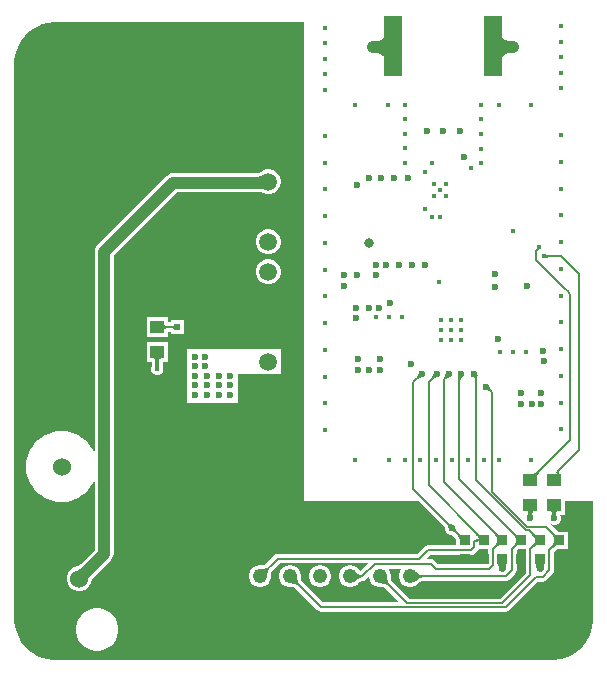
<source format=gbl>
G04*
G04 #@! TF.GenerationSoftware,Altium Limited,Altium Designer,22.1.2 (22)*
G04*
G04 Layer_Physical_Order=4*
G04 Layer_Color=16711680*
%FSLAX25Y25*%
%MOIN*%
G70*
G04*
G04 #@! TF.SameCoordinates,36DEEAF7-B38F-4887-853D-DC1A27ABF5B6*
G04*
G04*
G04 #@! TF.FilePolarity,Positive*
G04*
G01*
G75*
%ADD10C,0.00787*%
%ADD49R,0.05984X0.20000*%
%ADD64R,0.02165X0.02165*%
%ADD77C,0.00394*%
%ADD78C,0.02362*%
%ADD80C,0.01181*%
%ADD81C,0.06000*%
%ADD82C,0.05984*%
%ADD83C,0.04882*%
%ADD84R,0.04882X0.04882*%
%ADD85C,0.23622*%
%ADD86C,0.06024*%
%ADD87R,0.06024X0.06024*%
%ADD88C,0.02362*%
%ADD89C,0.03150*%
%ADD90C,0.01772*%
%ADD99R,0.03819X0.03425*%
%ADD100R,0.04724X0.04331*%
%ADD101C,0.03937*%
G36*
X125221Y202547D02*
X125221Y202547D01*
Y202547D01*
X125183Y202886D01*
X125070Y203189D01*
X124882Y203457D01*
X124619Y203689D01*
X124280Y203885D01*
X123866Y204045D01*
X123376Y204170D01*
X122812Y204259D01*
X122172Y204313D01*
X121457Y204331D01*
Y208268D01*
X122172Y208286D01*
X122812Y208339D01*
X123376Y208428D01*
X123866Y208553D01*
X124280Y208714D01*
X124619Y208910D01*
X124882Y209142D01*
X125070Y209409D01*
X125183Y209713D01*
X125221Y210051D01*
Y210051D01*
X125221Y210051D01*
Y202547D01*
D02*
G37*
G36*
X164543Y210051D02*
Y210051D01*
X164581Y209713D01*
X164693Y209409D01*
X164882Y209142D01*
X165145Y208910D01*
X165484Y208714D01*
X165898Y208553D01*
X165998Y208528D01*
X166387Y208428D01*
X166952Y208339D01*
X167592Y208286D01*
X168307Y208268D01*
Y204331D01*
X167592Y204313D01*
X166952Y204259D01*
X166387Y204170D01*
X165998Y204071D01*
X165898Y204045D01*
X165484Y203885D01*
X165145Y203689D01*
X164882Y203457D01*
X164693Y203189D01*
X164581Y202886D01*
X164543Y202547D01*
Y202547D01*
X164543Y202547D01*
Y210051D01*
X164543Y210051D01*
D02*
G37*
G36*
X177110Y138791D02*
X177051Y138779D01*
X176991Y138760D01*
X176930Y138737D01*
X176869Y138707D01*
X176807Y138672D01*
X176743Y138631D01*
X176680Y138584D01*
X176550Y138474D01*
X176484Y138410D01*
X175819Y138859D01*
X175882Y138926D01*
X175937Y138992D01*
X175985Y139058D01*
X176024Y139124D01*
X176056Y139189D01*
X176080Y139253D01*
X176096Y139317D01*
X176104Y139381D01*
X176105Y139444D01*
X176097Y139506D01*
X177110Y138791D01*
D02*
G37*
G36*
X179283Y137112D02*
X179330Y137070D01*
X179384Y137032D01*
X179442Y137000D01*
X179506Y136972D01*
X179576Y136950D01*
X179651Y136932D01*
X179732Y136919D01*
X179818Y136912D01*
X179910Y136909D01*
X179811Y136122D01*
X179720Y136120D01*
X179550Y136105D01*
X179472Y136091D01*
X179399Y136074D01*
X179331Y136052D01*
X179267Y136027D01*
X179208Y135998D01*
X179153Y135965D01*
X179103Y135928D01*
X179241Y137160D01*
X179283Y137112D01*
D02*
G37*
G36*
X142705Y96162D02*
X142586Y96159D01*
X142471Y96148D01*
X142360Y96129D01*
X142254Y96103D01*
X142152Y96068D01*
X142054Y96026D01*
X141961Y95975D01*
X141872Y95916D01*
X141787Y95850D01*
X141706Y95776D01*
X141150Y96332D01*
X141224Y96413D01*
X141290Y96498D01*
X141349Y96587D01*
X141400Y96680D01*
X141442Y96778D01*
X141477Y96880D01*
X141503Y96986D01*
X141522Y97097D01*
X141533Y97212D01*
X141535Y97331D01*
X142705Y96162D01*
D02*
G37*
G36*
X137685D02*
X137566Y96159D01*
X137451Y96148D01*
X137340Y96129D01*
X137234Y96103D01*
X137132Y96068D01*
X137035Y96026D01*
X136941Y95975D01*
X136852Y95916D01*
X136767Y95850D01*
X136687Y95776D01*
X136130Y96332D01*
X136204Y96413D01*
X136271Y96498D01*
X136329Y96587D01*
X136380Y96680D01*
X136422Y96778D01*
X136457Y96880D01*
X136484Y96986D01*
X136502Y97097D01*
X136513Y97212D01*
X136516Y97331D01*
X137685Y96162D01*
D02*
G37*
G36*
X146927Y96175D02*
X146807Y96153D01*
X146691Y96126D01*
X146580Y96093D01*
X146474Y96055D01*
X146372Y96011D01*
X146275Y95961D01*
X146183Y95905D01*
X146095Y95844D01*
X146012Y95776D01*
X145934Y95704D01*
X145282Y96165D01*
X145358Y96248D01*
X145424Y96334D01*
X145479Y96423D01*
X145525Y96516D01*
X145560Y96612D01*
X145586Y96711D01*
X145601Y96814D01*
X145607Y96921D01*
X145602Y97031D01*
X145588Y97144D01*
X146927Y96175D01*
D02*
G37*
G36*
X156411Y96885D02*
X156388Y96785D01*
X156349Y96554D01*
X156321Y96281D01*
X156301Y95794D01*
X156299Y95611D01*
X155512Y95469D01*
X155507Y95585D01*
X155492Y95691D01*
X155468Y95788D01*
X155433Y95875D01*
X155389Y95953D01*
X155335Y96021D01*
X155271Y96080D01*
X155198Y96129D01*
X155114Y96169D01*
X155021Y96199D01*
X156437Y96974D01*
X156411Y96885D01*
D02*
G37*
G36*
X151211Y96207D02*
X151117Y96174D01*
X151033Y96132D01*
X150959Y96081D01*
X150895Y96020D01*
X150841Y95951D01*
X150796Y95872D01*
X150761Y95784D01*
X150737Y95687D01*
X150722Y95580D01*
X150717Y95465D01*
X149930Y95595D01*
X149928Y95771D01*
X149890Y96385D01*
X149872Y96517D01*
X149827Y96754D01*
X149800Y96859D01*
X149770Y96955D01*
X151211Y96207D01*
D02*
G37*
G36*
X160436Y92979D02*
X160447Y92864D01*
X160465Y92754D01*
X160492Y92648D01*
X160526Y92546D01*
X160569Y92448D01*
X160619Y92355D01*
X160678Y92265D01*
X160745Y92181D01*
X160819Y92100D01*
X160262Y91543D01*
X160181Y91618D01*
X160097Y91684D01*
X160008Y91743D01*
X159914Y91793D01*
X159817Y91836D01*
X159715Y91870D01*
X159608Y91897D01*
X159498Y91916D01*
X159383Y91926D01*
X159264Y91929D01*
X160433Y93098D01*
X160436Y92979D01*
D02*
G37*
G36*
X183499Y64754D02*
X183509Y64630D01*
X183526Y64520D01*
X183550Y64425D01*
X183580Y64344D01*
X183617Y64278D01*
X183661Y64227D01*
X183712Y64191D01*
X183769Y64169D01*
X183834Y64161D01*
X182370D01*
X182434Y64169D01*
X182492Y64191D01*
X182542Y64227D01*
X182586Y64278D01*
X182624Y64344D01*
X182654Y64425D01*
X182678Y64520D01*
X182694Y64630D01*
X182705Y64754D01*
X182708Y64893D01*
X183495D01*
X183499Y64754D01*
D02*
G37*
G36*
X176923Y64358D02*
X176758Y64188D01*
X176501Y63886D01*
X176409Y63755D01*
X176341Y63638D01*
X176298Y63533D01*
X176278Y63441D01*
X176283Y63362D01*
X176312Y63297D01*
X176366Y63244D01*
X175056Y64161D01*
X175128Y64128D01*
X175216Y64121D01*
X175318Y64140D01*
X175435Y64185D01*
X175567Y64255D01*
X175714Y64352D01*
X175875Y64474D01*
X176242Y64797D01*
X176447Y64996D01*
X176923Y64358D01*
D02*
G37*
G36*
X182959Y51587D02*
X182858Y51551D01*
X182770Y51491D01*
X182693Y51408D01*
X182628Y51301D01*
X182575Y51169D01*
X182534Y51014D01*
X182504Y50835D01*
X182492Y50701D01*
X182502Y50589D01*
X182518Y50487D01*
X182539Y50394D01*
X182565Y50309D01*
X182596Y50233D01*
X182632Y50166D01*
X182672Y50107D01*
X182717Y50056D01*
X181063D01*
X181108Y50107D01*
X181148Y50166D01*
X181184Y50233D01*
X181214Y50309D01*
X181240Y50394D01*
X181261Y50487D01*
X181278Y50589D01*
X181289Y50687D01*
X181276Y50835D01*
X181246Y51014D01*
X181205Y51169D01*
X181152Y51301D01*
X181087Y51408D01*
X181010Y51491D01*
X180921Y51551D01*
X180821Y51587D01*
X180709Y51599D01*
X183071D01*
X182959Y51587D01*
D02*
G37*
G36*
X175085D02*
X174984Y51551D01*
X174896Y51491D01*
X174819Y51408D01*
X174754Y51301D01*
X174701Y51169D01*
X174659Y51014D01*
X174630Y50835D01*
X174618Y50701D01*
X174628Y50589D01*
X174644Y50487D01*
X174665Y50394D01*
X174691Y50309D01*
X174722Y50233D01*
X174758Y50166D01*
X174798Y50107D01*
X174843Y50056D01*
X173189D01*
X173234Y50107D01*
X173274Y50166D01*
X173309Y50233D01*
X173340Y50309D01*
X173366Y50394D01*
X173387Y50487D01*
X173404Y50589D01*
X173415Y50687D01*
X173402Y50835D01*
X173372Y51014D01*
X173331Y51169D01*
X173278Y51301D01*
X173213Y51408D01*
X173136Y51491D01*
X173047Y51551D01*
X172947Y51587D01*
X172835Y51599D01*
X175197D01*
X175085Y51587D01*
D02*
G37*
G36*
X146905Y47556D02*
X146990Y47489D01*
X147079Y47431D01*
X147172Y47380D01*
X147270Y47337D01*
X147372Y47303D01*
X147478Y47276D01*
X147589Y47258D01*
X147704Y47247D01*
X147823Y47244D01*
X146654Y46075D01*
X146651Y46194D01*
X146640Y46309D01*
X146621Y46419D01*
X146595Y46526D01*
X146560Y46628D01*
X146518Y46725D01*
X146467Y46819D01*
X146409Y46908D01*
X146342Y46993D01*
X146268Y47073D01*
X146825Y47630D01*
X146905Y47556D01*
D02*
G37*
G36*
X149011Y45878D02*
X149017Y45764D01*
X149032Y45654D01*
X149055Y45549D01*
X149087Y45447D01*
X149127Y45350D01*
X149176Y45256D01*
X149234Y45167D01*
X149300Y45082D01*
X149375Y45001D01*
X148790Y44472D01*
X148711Y44546D01*
X148626Y44612D01*
X148537Y44672D01*
X148444Y44724D01*
X148346Y44769D01*
X148244Y44806D01*
X148137Y44836D01*
X148026Y44859D01*
X147911Y44875D01*
X147791Y44883D01*
X149014Y45996D01*
X149011Y45878D01*
D02*
G37*
G36*
X162795Y44185D02*
X163325Y43737D01*
X163471Y43639D01*
X163603Y43567D01*
X163720Y43521D01*
X163821Y43501D01*
X163908Y43507D01*
X163980Y43539D01*
X162681Y42634D01*
X162734Y42686D01*
X162761Y42750D01*
X162765Y42829D01*
X162745Y42920D01*
X162700Y43025D01*
X162631Y43143D01*
X162538Y43274D01*
X162420Y43419D01*
X162113Y43748D01*
X162588Y44386D01*
X162795Y44185D01*
D02*
G37*
G36*
X156594D02*
X157124Y43737D01*
X157271Y43639D01*
X157402Y43567D01*
X157519Y43521D01*
X157621Y43501D01*
X157707Y43507D01*
X157779Y43539D01*
X156481Y42634D01*
X156533Y42686D01*
X156561Y42750D01*
X156564Y42829D01*
X156544Y42920D01*
X156499Y43025D01*
X156430Y43143D01*
X156337Y43274D01*
X156219Y43419D01*
X155912Y43748D01*
X156387Y44386D01*
X156594Y44185D01*
D02*
G37*
G36*
X175391Y43951D02*
X175682Y43703D01*
X175811Y43613D01*
X175927Y43545D01*
X176033Y43499D01*
X176128Y43476D01*
X176210Y43475D01*
X176282Y43496D01*
X176342Y43539D01*
X175241Y42437D01*
X175284Y42498D01*
X175305Y42569D01*
X175304Y42652D01*
X175280Y42746D01*
X175234Y42852D01*
X175166Y42969D01*
X175076Y43097D01*
X174964Y43237D01*
X174672Y43551D01*
X175229Y44108D01*
X175391Y43951D01*
D02*
G37*
G36*
X169131D02*
X169422Y43703D01*
X169551Y43613D01*
X169668Y43545D01*
X169773Y43499D01*
X169868Y43476D01*
X169950Y43475D01*
X170022Y43496D01*
X170082Y43539D01*
X168981Y42437D01*
X169024Y42498D01*
X169045Y42569D01*
X169044Y42652D01*
X169020Y42746D01*
X168975Y42852D01*
X168907Y42969D01*
X168816Y43097D01*
X168704Y43237D01*
X168412Y43551D01*
X168969Y44108D01*
X169131Y43951D01*
D02*
G37*
G36*
X150430D02*
X150721Y43703D01*
X150850Y43613D01*
X150967Y43545D01*
X151073Y43499D01*
X151167Y43476D01*
X151250Y43475D01*
X151321Y43496D01*
X151381Y43539D01*
X150280Y42437D01*
X150323Y42498D01*
X150344Y42569D01*
X150343Y42652D01*
X150320Y42746D01*
X150274Y42852D01*
X150206Y42969D01*
X150116Y43097D01*
X150003Y43237D01*
X149711Y43551D01*
X150268Y44108D01*
X150430Y43951D01*
D02*
G37*
G36*
X156481Y41099D02*
X156473Y41167D01*
X156450Y41228D01*
X156412Y41281D01*
X156359Y41328D01*
X156290Y41367D01*
X156206Y41399D01*
X156107Y41425D01*
X155992Y41442D01*
X155862Y41453D01*
X155717Y41457D01*
Y42244D01*
X155862Y42248D01*
X155992Y42258D01*
X156107Y42276D01*
X156206Y42301D01*
X156290Y42334D01*
X156359Y42373D01*
X156412Y42419D01*
X156450Y42473D01*
X156473Y42534D01*
X156481Y42602D01*
Y41099D01*
D02*
G37*
G36*
X182878Y40162D02*
X182806Y40194D01*
X182719Y40200D01*
X182617Y40179D01*
X182501Y40134D01*
X182369Y40062D01*
X182222Y39964D01*
X182061Y39841D01*
X181692Y39516D01*
X181486Y39315D01*
X181010Y39953D01*
X181176Y40124D01*
X181435Y40427D01*
X181528Y40558D01*
X181597Y40676D01*
X181642Y40781D01*
X181663Y40872D01*
X181659Y40950D01*
X181631Y41015D01*
X181579Y41067D01*
X182878Y40162D01*
D02*
G37*
G36*
X176342D02*
X176282Y40205D01*
X176210Y40226D01*
X176128Y40225D01*
X176033Y40202D01*
X175927Y40156D01*
X175811Y40088D01*
X175682Y39998D01*
X175542Y39885D01*
X175229Y39593D01*
X174672Y40150D01*
X174829Y40312D01*
X175076Y40603D01*
X175166Y40732D01*
X175234Y40849D01*
X175280Y40954D01*
X175304Y41049D01*
X175305Y41132D01*
X175284Y41203D01*
X175241Y41263D01*
X176342Y40162D01*
D02*
G37*
G36*
X170082D02*
X170022Y40205D01*
X169950Y40226D01*
X169868Y40225D01*
X169773Y40202D01*
X169668Y40156D01*
X169551Y40088D01*
X169422Y39998D01*
X169282Y39885D01*
X168969Y39593D01*
X168412Y40150D01*
X168569Y40312D01*
X168816Y40603D01*
X168907Y40732D01*
X168975Y40849D01*
X169020Y40954D01*
X169044Y41049D01*
X169045Y41132D01*
X169024Y41203D01*
X168981Y41263D01*
X170082Y40162D01*
D02*
G37*
G36*
X163783D02*
X163723Y40205D01*
X163651Y40226D01*
X163568Y40225D01*
X163474Y40202D01*
X163368Y40156D01*
X163251Y40088D01*
X163123Y39998D01*
X162983Y39885D01*
X162670Y39593D01*
X162113Y40150D01*
X162270Y40312D01*
X162517Y40603D01*
X162608Y40732D01*
X162675Y40849D01*
X162721Y40954D01*
X162745Y41049D01*
X162746Y41132D01*
X162725Y41203D01*
X162681Y41263D01*
X163783Y40162D01*
D02*
G37*
G36*
X159851Y38937D02*
X159851Y38937D01*
Y34172D01*
X159568Y33889D01*
X143272D01*
X141971Y35190D01*
X141450Y35539D01*
X141348Y35559D01*
X140835Y35661D01*
X140835Y35661D01*
X139145D01*
X140480Y36997D01*
X149550D01*
X149677Y37020D01*
X149890Y37077D01*
X150055Y37144D01*
X150173Y37222D01*
X150244Y37311D01*
X150268Y37409D01*
Y36997D01*
X154063D01*
Y37409D01*
X154086Y37311D01*
X154157Y37222D01*
X154275Y37144D01*
X154441Y37077D01*
X154514Y37057D01*
X154722Y37099D01*
X154824Y37119D01*
X155345Y37467D01*
X156391Y38513D01*
X156391Y38513D01*
X156688Y38957D01*
X159855D01*
X159851Y38937D01*
D02*
G37*
G36*
X178449Y34006D02*
X178407Y33962D01*
X178370Y33890D01*
X178337Y33789D01*
X178310Y33660D01*
X178288Y33501D01*
X178258Y33098D01*
X178248Y32579D01*
X175886D01*
X175883Y32853D01*
X175824Y33660D01*
X175796Y33789D01*
X175764Y33890D01*
X175727Y33962D01*
X175685Y34006D01*
X175638Y34020D01*
X178496D01*
X178449Y34006D01*
D02*
G37*
G36*
X165949D02*
X165907Y33962D01*
X165870Y33890D01*
X165837Y33789D01*
X165810Y33660D01*
X165788Y33501D01*
X165758Y33098D01*
X165748Y32579D01*
X163386D01*
X163383Y32853D01*
X163324Y33660D01*
X163296Y33789D01*
X163264Y33890D01*
X163227Y33962D01*
X163185Y34006D01*
X163138Y34020D01*
X165996D01*
X165949Y34006D01*
D02*
G37*
G36*
X86876Y32382D02*
X86763Y32250D01*
X86662Y32094D01*
X86574Y31913D01*
X86498Y31707D01*
X86434Y31475D01*
X86383Y31219D01*
X86343Y30938D01*
X86301Y30301D01*
X86299Y29946D01*
X83883Y32362D01*
X84238Y32364D01*
X84875Y32406D01*
X85156Y32445D01*
X85412Y32497D01*
X85644Y32561D01*
X85850Y32637D01*
X86031Y32725D01*
X86187Y32826D01*
X86319Y32939D01*
X86876Y32382D01*
D02*
G37*
G36*
X172351Y38878D02*
X172351Y38878D01*
Y31071D01*
X163693Y22413D01*
X133637D01*
X127719Y28331D01*
X127714Y28340D01*
X127683Y28403D01*
X127645Y28505D01*
X127606Y28646D01*
X127570Y28826D01*
X127542Y29027D01*
X127506Y29585D01*
X127503Y29905D01*
X127480Y30017D01*
Y30398D01*
X127234Y31319D01*
X126757Y32145D01*
X126452Y32449D01*
X131264D01*
X130960Y32145D01*
X130483Y31319D01*
X130236Y30398D01*
Y29444D01*
X130483Y28523D01*
X130960Y27697D01*
X131634Y27023D01*
X132460Y26546D01*
X133381Y26299D01*
X134335D01*
X135256Y26546D01*
X136082Y27023D01*
X136269Y27209D01*
X136343Y27254D01*
X136587Y27477D01*
X137033Y27842D01*
X137207Y27966D01*
X137370Y28069D01*
X137506Y28143D01*
X137613Y28190D01*
X137685Y28215D01*
X137697Y28217D01*
X165708D01*
X165708Y28217D01*
X166221Y28319D01*
X166323Y28339D01*
X166844Y28688D01*
X168911Y30755D01*
X168911Y30755D01*
X169259Y31275D01*
X169381Y31890D01*
Y38292D01*
X169962Y38872D01*
X170053Y38957D01*
X172367D01*
X172351Y38878D01*
D02*
G37*
G36*
X115855Y31380D02*
X116334Y30959D01*
X116561Y30788D01*
X116779Y30644D01*
X116987Y30525D01*
X117187Y30433D01*
X117377Y30368D01*
X117559Y30328D01*
X117732Y30315D01*
Y29528D01*
X117559Y29514D01*
X117377Y29475D01*
X117187Y29409D01*
X116987Y29317D01*
X116779Y29199D01*
X116561Y29054D01*
X116334Y28883D01*
X115855Y28462D01*
X115601Y28213D01*
Y31630D01*
X115855Y31380D01*
D02*
G37*
G36*
X135908Y31303D02*
X136365Y30874D01*
X136583Y30700D01*
X136795Y30552D01*
X136999Y30431D01*
X137196Y30337D01*
X137386Y30270D01*
X137570Y30230D01*
X137746Y30217D01*
X137714Y29429D01*
X137545Y29416D01*
X137365Y29378D01*
X137174Y29313D01*
X136972Y29223D01*
X136760Y29108D01*
X136536Y28966D01*
X136301Y28799D01*
X135799Y28388D01*
X135531Y28144D01*
X135669Y31558D01*
X135908Y31303D01*
D02*
G37*
G36*
X126302Y29541D02*
X126343Y28904D01*
X126383Y28623D01*
X126434Y28367D01*
X126498Y28136D01*
X126574Y27930D01*
X126662Y27749D01*
X126763Y27592D01*
X126876Y27461D01*
X126319Y26904D01*
X126187Y27017D01*
X126031Y27117D01*
X125850Y27206D01*
X125644Y27282D01*
X125412Y27345D01*
X125156Y27397D01*
X124875Y27436D01*
X124239Y27478D01*
X123883Y27480D01*
X126299Y29897D01*
X126302Y29541D01*
D02*
G37*
G36*
X96302D02*
X96343Y28904D01*
X96382Y28623D01*
X96434Y28367D01*
X96498Y28136D01*
X96574Y27930D01*
X96662Y27749D01*
X96763Y27592D01*
X96876Y27461D01*
X96319Y26904D01*
X96187Y27017D01*
X96031Y27117D01*
X95850Y27206D01*
X95644Y27282D01*
X95412Y27345D01*
X95156Y27397D01*
X94875Y27436D01*
X94239Y27478D01*
X93883Y27480D01*
X96299Y29897D01*
X96302Y29541D01*
D02*
G37*
G36*
X98425Y141732D02*
Y114173D01*
Y55118D01*
X136509D01*
X145437Y46190D01*
X145439Y46185D01*
X145442Y46172D01*
X145445Y46152D01*
X145448Y46124D01*
X145450Y46047D01*
X145473Y45945D01*
Y45593D01*
X145832Y44725D01*
X146497Y44060D01*
X147365Y43701D01*
X147637D01*
X147709Y43681D01*
X147790Y43676D01*
X147825Y43671D01*
X147852Y43665D01*
X147873Y43660D01*
X147888Y43654D01*
X147899Y43649D01*
X147899Y43649D01*
X148990Y42558D01*
X149075Y42467D01*
Y40208D01*
X139815D01*
X139201Y40086D01*
X138680Y39738D01*
X138680Y39738D01*
X136335Y37393D01*
X89724D01*
X89110Y37271D01*
X88589Y36923D01*
X88589Y36923D01*
X85449Y33783D01*
X85440Y33777D01*
X85377Y33746D01*
X85274Y33708D01*
X85133Y33669D01*
X84954Y33633D01*
X84752Y33605D01*
X84195Y33569D01*
X83874Y33566D01*
X83763Y33543D01*
X83381D01*
X82460Y33296D01*
X81634Y32820D01*
X80960Y32145D01*
X80483Y31319D01*
X80236Y30398D01*
Y29444D01*
X80483Y28523D01*
X80960Y27697D01*
X81634Y27023D01*
X82460Y26546D01*
X83381Y26299D01*
X84335D01*
X85256Y26546D01*
X86082Y27023D01*
X86757Y27697D01*
X87234Y28523D01*
X87480Y29444D01*
Y29826D01*
X87503Y29937D01*
X87506Y30258D01*
X87542Y30815D01*
X87570Y31017D01*
X87606Y31196D01*
X87645Y31337D01*
X87683Y31440D01*
X87714Y31503D01*
X87720Y31512D01*
X90390Y34182D01*
X120002D01*
X117461Y31641D01*
X117410Y31670D01*
X117258Y31771D01*
X117095Y31894D01*
X116675Y32262D01*
X116447Y32487D01*
X116352Y32550D01*
X116082Y32820D01*
X115256Y33296D01*
X114335Y33543D01*
X113381D01*
X112460Y33296D01*
X111634Y32820D01*
X110960Y32145D01*
X110483Y31319D01*
X110236Y30398D01*
Y29444D01*
X110483Y28523D01*
X110960Y27697D01*
X111634Y27023D01*
X112460Y26546D01*
X113381Y26299D01*
X114335D01*
X115256Y26546D01*
X116082Y27023D01*
X116352Y27293D01*
X116447Y27355D01*
X116675Y27580D01*
X117095Y27949D01*
X117258Y28071D01*
X117410Y28172D01*
X117537Y28245D01*
X117636Y28290D01*
X117702Y28313D01*
X117713Y28316D01*
X118012D01*
X118012Y28316D01*
X118525Y28418D01*
X118627Y28438D01*
X119148Y28786D01*
X120236Y29875D01*
Y29444D01*
X120483Y28523D01*
X120960Y27697D01*
X121634Y27023D01*
X122460Y26546D01*
X123381Y26299D01*
X123763D01*
X123874Y26276D01*
X124195Y26274D01*
X124752Y26237D01*
X124954Y26209D01*
X125133Y26173D01*
X125274Y26134D01*
X125376Y26097D01*
X125440Y26066D01*
X125449Y26060D01*
X130238Y21271D01*
X104779D01*
X97720Y28331D01*
X97714Y28340D01*
X97683Y28403D01*
X97645Y28505D01*
X97606Y28646D01*
X97570Y28826D01*
X97542Y29027D01*
X97505Y29585D01*
X97503Y29905D01*
X97480Y30017D01*
Y30398D01*
X97233Y31319D01*
X96757Y32145D01*
X96082Y32820D01*
X95256Y33296D01*
X94335Y33543D01*
X93381D01*
X92460Y33296D01*
X91634Y32820D01*
X90960Y32145D01*
X90483Y31319D01*
X90236Y30398D01*
Y29444D01*
X90483Y28523D01*
X90960Y27697D01*
X91634Y27023D01*
X92460Y26546D01*
X93381Y26299D01*
X93763D01*
X93874Y26276D01*
X94195Y26274D01*
X94752Y26237D01*
X94954Y26209D01*
X95133Y26173D01*
X95274Y26134D01*
X95376Y26097D01*
X95440Y26066D01*
X95449Y26060D01*
X102979Y18530D01*
X102979Y18530D01*
X103500Y18182D01*
X104114Y18060D01*
X165866D01*
X165866Y18060D01*
X166379Y18162D01*
X166481Y18182D01*
X167002Y18530D01*
X176591Y28119D01*
X178208D01*
X178208Y28119D01*
X178721Y28221D01*
X178823Y28241D01*
X179344Y28589D01*
X181431Y30676D01*
X181779Y31197D01*
X181901Y31811D01*
X181901Y31811D01*
Y38016D01*
X182563Y38678D01*
X182825Y38909D01*
X182887Y38957D01*
X186555D01*
Y44744D01*
X183106D01*
X183084Y44777D01*
X183084Y44777D01*
X180722Y47140D01*
X181420Y46850D01*
X182360D01*
X183228Y47210D01*
X183892Y47875D01*
X184252Y48743D01*
Y49683D01*
X183957Y50394D01*
X185433D01*
Y55118D01*
X194843D01*
Y15748D01*
Y14847D01*
X194608Y13061D01*
X194142Y11322D01*
X193453Y9657D01*
X192552Y8098D01*
X191455Y6668D01*
X190182Y5395D01*
X188753Y4298D01*
X187193Y3398D01*
X185529Y2708D01*
X183789Y2242D01*
X182003Y2007D01*
X14847D01*
X13061Y2242D01*
X11322Y2708D01*
X9657Y3398D01*
X8098Y4298D01*
X6668Y5395D01*
X5395Y6668D01*
X4298Y8098D01*
X3398Y9657D01*
X2708Y11322D01*
X2242Y13061D01*
X2007Y14847D01*
Y15748D01*
Y200787D01*
Y201688D01*
X2242Y203474D01*
X2708Y205214D01*
X3398Y206878D01*
X4298Y208438D01*
X5395Y209867D01*
X6668Y211141D01*
X8098Y212237D01*
X9657Y213138D01*
X11322Y213827D01*
X13061Y214293D01*
X14847Y214528D01*
X98425D01*
Y141732D01*
D02*
G37*
%LPC*%
G36*
X87164Y165591D02*
X86065D01*
X85003Y165306D01*
X84052Y164757D01*
X83675Y164381D01*
X82674Y164311D01*
X55009D01*
X54187Y164202D01*
X53421Y163885D01*
X52763Y163380D01*
X29643Y140261D01*
X29139Y139603D01*
X28821Y138837D01*
X28713Y138014D01*
Y70773D01*
X28273Y71835D01*
X27301Y73421D01*
X26094Y74834D01*
X24680Y76042D01*
X23095Y77013D01*
X21378Y77724D01*
X19570Y78158D01*
X17717Y78304D01*
X15863Y78158D01*
X14055Y77724D01*
X12338Y77013D01*
X10753Y76042D01*
X9339Y74834D01*
X8132Y73421D01*
X7160Y71835D01*
X6449Y70118D01*
X6015Y68310D01*
X5869Y66457D01*
X6015Y64603D01*
X6449Y62796D01*
X7160Y61078D01*
X8132Y59493D01*
X9339Y58079D01*
X10753Y56872D01*
X12338Y55901D01*
X14055Y55189D01*
X15863Y54755D01*
X17717Y54609D01*
X19570Y54755D01*
X21378Y55189D01*
X23095Y55901D01*
X24680Y56872D01*
X26094Y58079D01*
X27301Y59493D01*
X28273Y61078D01*
X28713Y62141D01*
Y38717D01*
X24124Y34129D01*
X23462Y33492D01*
X23272Y33327D01*
X23070D01*
X22004Y33041D01*
X21047Y32489D01*
X20267Y31708D01*
X19715Y30752D01*
X19429Y29686D01*
Y28582D01*
X19715Y27516D01*
X20267Y26559D01*
X21047Y25779D01*
X22004Y25227D01*
X23070Y24941D01*
X24174D01*
X25240Y25227D01*
X26197Y25779D01*
X26977Y26559D01*
X27529Y27516D01*
X27815Y28582D01*
Y28746D01*
X28510Y29529D01*
X34136Y35155D01*
X34641Y35813D01*
X34958Y36579D01*
X35067Y37402D01*
Y136698D01*
X56325Y157957D01*
X83323D01*
X84275Y157949D01*
X85003Y157528D01*
X86065Y157244D01*
X87164D01*
X88225Y157528D01*
X89177Y158078D01*
X89954Y158855D01*
X90503Y159807D01*
X90787Y160868D01*
Y161967D01*
X90503Y163028D01*
X89954Y163980D01*
X89177Y164757D01*
X88225Y165306D01*
X87164Y165591D01*
D02*
G37*
G36*
Y145590D02*
X86065D01*
X85003Y145306D01*
X84052Y144757D01*
X83275Y143980D01*
X82725Y143028D01*
X82441Y141967D01*
Y140868D01*
X82725Y139806D01*
X83275Y138855D01*
X84052Y138078D01*
X85003Y137529D01*
X86065Y137244D01*
X87164D01*
X88225Y137529D01*
X89177Y138078D01*
X89954Y138855D01*
X90503Y139806D01*
X90787Y140868D01*
Y141967D01*
X90503Y143028D01*
X89954Y143980D01*
X89177Y144757D01*
X88225Y145306D01*
X87164Y145590D01*
D02*
G37*
G36*
Y135591D02*
X86065D01*
X85003Y135306D01*
X84052Y134757D01*
X83275Y133980D01*
X82725Y133028D01*
X82441Y131967D01*
Y130868D01*
X82725Y129806D01*
X83275Y128855D01*
X84052Y128078D01*
X85003Y127529D01*
X86065Y127244D01*
X87164D01*
X88225Y127529D01*
X89177Y128078D01*
X89954Y128855D01*
X90503Y129806D01*
X90787Y130868D01*
Y131967D01*
X90503Y133028D01*
X89954Y133980D01*
X89177Y134757D01*
X88225Y135306D01*
X87164Y135591D01*
D02*
G37*
G36*
X53150Y116240D02*
X46063D01*
Y109547D01*
X53150D01*
Y111288D01*
X54036D01*
Y110630D01*
X58563D01*
Y115157D01*
X54036D01*
Y114499D01*
X53150D01*
Y116240D01*
D02*
G37*
G36*
Y107972D02*
X46063D01*
Y101279D01*
X47800D01*
Y99958D01*
X47539Y99329D01*
Y98506D01*
X47854Y97746D01*
X48436Y97165D01*
X49195Y96850D01*
X50017D01*
X50777Y97165D01*
X51359Y97746D01*
X51673Y98506D01*
Y99329D01*
X51413Y99958D01*
Y101279D01*
X53150D01*
Y107972D01*
D02*
G37*
G36*
X90787Y105633D02*
X59449D01*
Y87795D01*
X76575D01*
Y97244D01*
X90787D01*
Y105633D01*
D02*
G37*
G36*
X104335Y33543D02*
X103381D01*
X102460Y33296D01*
X101634Y32820D01*
X100960Y32145D01*
X100483Y31319D01*
X100236Y30398D01*
Y29444D01*
X100483Y28523D01*
X100960Y27697D01*
X101634Y27023D01*
X102460Y26546D01*
X103381Y26299D01*
X104335D01*
X105256Y26546D01*
X106082Y27023D01*
X106757Y27697D01*
X107234Y28523D01*
X107480Y29444D01*
Y30398D01*
X107234Y31319D01*
X106757Y32145D01*
X106082Y32820D01*
X105256Y33296D01*
X104335Y33543D01*
D02*
G37*
G36*
X30226Y19213D02*
X28830D01*
X27461Y18940D01*
X26171Y18406D01*
X25010Y17630D01*
X24023Y16643D01*
X23247Y15483D01*
X22713Y14193D01*
X22441Y12824D01*
Y11428D01*
X22713Y10059D01*
X23247Y8769D01*
X24023Y7609D01*
X25010Y6622D01*
X26171Y5846D01*
X27461Y5312D01*
X28830Y5039D01*
X30226D01*
X31595Y5312D01*
X32884Y5846D01*
X34045Y6622D01*
X35032Y7609D01*
X35808Y8769D01*
X36342Y10059D01*
X36614Y11428D01*
Y12824D01*
X36342Y14193D01*
X35808Y15483D01*
X35032Y16643D01*
X34045Y17630D01*
X32884Y18406D01*
X31595Y18940D01*
X30226Y19213D01*
D02*
G37*
%LPD*%
G36*
X84685Y159130D02*
X84659Y159137D01*
X84598Y159143D01*
X84371Y159152D01*
X82849Y159165D01*
X82346Y163102D01*
X82687Y163104D01*
X84047Y163199D01*
X84160Y163229D01*
X84240Y163262D01*
X84289Y163300D01*
X84685Y159130D01*
D02*
G37*
G36*
X27904Y30632D02*
X27662Y30388D01*
X26684Y29285D01*
X26646Y29214D01*
X26634Y29164D01*
X23652Y32146D01*
X23702Y32158D01*
X23774Y32196D01*
X23866Y32259D01*
X23981Y32348D01*
X24274Y32602D01*
X25120Y33415D01*
X27904Y30632D01*
D02*
G37*
G36*
X55241Y112106D02*
X55233Y112181D01*
X55209Y112248D01*
X55169Y112307D01*
X55113Y112358D01*
X55041Y112402D01*
X54953Y112437D01*
X54849Y112465D01*
X54729Y112484D01*
X54593Y112496D01*
X54441Y112500D01*
Y113287D01*
X54593Y113291D01*
X54729Y113303D01*
X54849Y113323D01*
X54953Y113350D01*
X55041Y113386D01*
X55113Y113429D01*
X55169Y113480D01*
X55209Y113539D01*
X55233Y113606D01*
X55241Y113681D01*
Y112106D01*
D02*
G37*
G36*
X51952Y113606D02*
X51977Y113539D01*
X52017Y113480D01*
X52072Y113429D01*
X52144Y113386D01*
X52232Y113350D01*
X52336Y113323D01*
X52456Y113303D01*
X52592Y113291D01*
X52744Y113287D01*
Y112500D01*
X52592Y112496D01*
X52456Y112484D01*
X52336Y112465D01*
X52232Y112437D01*
X52144Y112402D01*
X52072Y112358D01*
X52017Y112307D01*
X51977Y112248D01*
X51952Y112181D01*
X51945Y112106D01*
Y113681D01*
X51952Y113606D01*
D02*
G37*
G36*
X50675Y102473D02*
X50575Y102437D01*
X50486Y102377D01*
X50410Y102294D01*
X50345Y102186D01*
X50291Y102055D01*
X50250Y101900D01*
X50221Y101721D01*
X50203Y101518D01*
X50197Y101292D01*
X49016D01*
X49010Y101518D01*
X48992Y101721D01*
X48963Y101900D01*
X48921Y102055D01*
X48868Y102186D01*
X48803Y102294D01*
X48726Y102377D01*
X48638Y102437D01*
X48537Y102473D01*
X48425Y102485D01*
X50787D01*
X50675Y102473D01*
D02*
G37*
G36*
X50197Y100109D02*
X50226Y99550D01*
X48986Y99550D01*
X48992Y99561D01*
X48997Y99582D01*
X49001Y99612D01*
X49008Y99704D01*
X49016Y100008D01*
X49016Y100109D01*
X50197Y100109D01*
D02*
G37*
D10*
X175886Y135178D02*
Y138370D01*
Y135178D02*
X185132Y125932D01*
X175886Y138370D02*
X176969Y139452D01*
X178642Y136516D02*
X184055D01*
X190059Y130512D01*
Y71850D02*
Y130512D01*
X186713Y124351D02*
Y124490D01*
X175984Y63976D02*
X187303Y75295D01*
Y123760D01*
X186713Y124351D02*
X187303Y123760D01*
X185132Y125932D02*
X185271D01*
X186713Y124490D01*
X159252Y93110D02*
X161221Y91142D01*
Y58110D02*
X172874Y46457D01*
X161221Y58110D02*
Y91142D01*
X155315Y96916D02*
X155905Y96326D01*
Y61811D02*
X172401Y45315D01*
X155905Y61811D02*
Y96326D01*
X150886Y96916D02*
Y97342D01*
X150323Y62196D02*
Y96354D01*
X150886Y96916D01*
X150323Y62196D02*
X170669Y41850D01*
X145276Y61142D02*
X163051Y43366D01*
X145276Y95602D02*
X146752Y97078D01*
X145276Y61142D02*
Y95602D01*
X140059Y60158D02*
X156850Y43366D01*
X140059Y94685D02*
X142717Y97342D01*
X140059Y60158D02*
Y94685D01*
X134843Y59055D02*
Y94488D01*
Y59055D02*
X147835Y46063D01*
X134843Y94488D02*
X137697Y97342D01*
X142607Y32283D02*
X160233D01*
X161457Y33507D01*
X140835Y34055D02*
X142607Y32283D01*
X137000Y35787D02*
X139815Y38602D01*
X154210D01*
X155256Y39649D01*
Y41389D01*
X49606Y112894D02*
X56299D01*
X49606Y112894D02*
X49606Y112894D01*
X178208Y29724D02*
X180295Y31811D01*
Y38681D01*
X175925Y29724D02*
X175925D01*
X165866Y19665D02*
X175925Y29724D01*
X104114Y19665D02*
X165866D01*
X175925Y29724D02*
X178208D01*
X167776Y31890D02*
Y38957D01*
X133957Y29823D02*
X165708D01*
X133858Y29921D02*
X133957Y29823D01*
X165708D02*
X167776Y31890D01*
X161457Y38937D02*
X164370Y41850D01*
X181949Y40532D02*
X183268Y41850D01*
X183465D01*
X181949Y40335D02*
Y40532D01*
X173957Y38878D02*
X176929Y41850D01*
X180295Y38681D02*
X181949Y40335D01*
X167776Y38957D02*
X170669Y41850D01*
X161457Y33507D02*
Y38937D01*
X173957Y30405D02*
Y38878D01*
X147835Y45984D02*
Y46063D01*
Y45984D02*
X151969Y41850D01*
X164370D02*
X164567D01*
X122146Y34055D02*
X140835D01*
X118012Y29921D02*
X122146Y34055D01*
X113858Y29921D02*
X118012D01*
X89724Y35787D02*
X137000D01*
X83858Y29921D02*
X89724Y35787D01*
X158169Y41850D02*
X158366D01*
X155717D02*
X158169D01*
X155256Y41389D02*
X155717Y41850D01*
X164358Y20807D02*
X173957Y30405D01*
X176929Y41850D02*
X177126D01*
X155315Y96916D02*
Y97342D01*
X151969Y41850D02*
X152165D01*
X156850Y43169D02*
X158169Y41850D01*
X156850Y43169D02*
Y43366D01*
X163051Y43169D02*
Y43366D01*
Y43169D02*
X164370Y41850D01*
X173465Y45315D02*
X176929Y41850D01*
X172401Y45315D02*
X173465D01*
X179134Y46457D02*
X181949Y43642D01*
Y43169D02*
Y43642D01*
X172874Y46457D02*
X179134D01*
X181949Y43169D02*
X183268Y41850D01*
X132972Y20807D02*
X164358D01*
X123858Y29921D02*
X132972Y20807D01*
X93858Y29921D02*
X104114Y19665D01*
X175984Y63779D02*
Y63976D01*
X174016Y62008D02*
X174213D01*
X175984Y63779D01*
X183102Y64893D02*
X190059Y71850D01*
X181890Y62008D02*
X183102Y63220D01*
Y64893D01*
X178543Y136614D02*
X178642Y136516D01*
X176969Y139452D02*
Y139665D01*
X146752Y97078D02*
Y97342D01*
D49*
X128189Y206594D02*
D03*
X161575D02*
D03*
X128189Y206594D02*
D03*
X161575D02*
D03*
D64*
X56299Y109350D02*
D03*
Y112894D02*
D03*
D77*
X62303Y103051D02*
Y103445D01*
X62697Y103051D01*
X61910Y103445D02*
X62303D01*
X65059Y103051D02*
X65453D01*
X65059D02*
X65453Y103445D01*
Y103051D02*
Y103445D01*
D78*
X170866Y32579D02*
Y35709D01*
X177067Y35650D02*
X177126Y35709D01*
X177067Y32579D02*
Y35650D01*
X183563Y32579D02*
Y35610D01*
X183465Y35709D02*
X183563Y35610D01*
X164567Y32579D02*
Y35709D01*
X147539Y35728D02*
X147559Y35709D01*
X152165D01*
X158366D01*
D80*
X56299Y109350D02*
X56348Y109301D01*
Y107136D02*
Y109301D01*
Y107136D02*
X56398Y107087D01*
X49606Y98917D02*
X49606Y98917D01*
Y104626D01*
X181890Y49213D02*
Y53740D01*
X181890Y53740D02*
X181890Y53740D01*
X174016Y49213D02*
Y53740D01*
X174016Y53740D02*
X174016Y53740D01*
D81*
X17717Y66457D02*
D03*
D82*
X86614Y121417D02*
D03*
Y131417D02*
D03*
Y141417D02*
D03*
Y101417D02*
D03*
Y111417D02*
D03*
Y151417D02*
D03*
Y161417D02*
D03*
D83*
X73858Y29921D02*
D03*
Y39921D02*
D03*
X83858Y29921D02*
D03*
Y39921D02*
D03*
X93858Y29921D02*
D03*
Y39921D02*
D03*
X103858Y29921D02*
D03*
Y39921D02*
D03*
X113858Y29921D02*
D03*
Y39921D02*
D03*
X123858Y29921D02*
D03*
Y39921D02*
D03*
X133858Y29921D02*
D03*
D84*
Y39921D02*
D03*
D85*
X181102Y15748D02*
D03*
X62992Y66929D02*
D03*
X15748Y200787D02*
D03*
D86*
X23622Y29134D02*
D03*
D87*
X35433D02*
D03*
D88*
X161614Y206299D02*
D03*
X128150D02*
D03*
Y212894D02*
D03*
X155315Y97342D02*
D03*
X62303Y103076D02*
D03*
X65453D02*
D03*
Y99902D02*
D03*
X62303D02*
D03*
X150394Y178347D02*
D03*
X139370D02*
D03*
X144882D02*
D03*
X95374Y133169D02*
D03*
Y141437D02*
D03*
X96850Y200787D02*
D03*
X155905Y3937D02*
D03*
X136221D02*
D03*
X116535D02*
D03*
X96850Y82677D02*
D03*
X106693Y23622D02*
D03*
X96850Y3937D02*
D03*
X77165Y200787D02*
D03*
X87008Y181102D02*
D03*
X77165Y82677D02*
D03*
X87008Y62992D02*
D03*
Y23622D02*
D03*
X77165Y3937D02*
D03*
X57480Y200787D02*
D03*
X67323Y181102D02*
D03*
Y141732D02*
D03*
X57480Y122047D02*
D03*
Y82677D02*
D03*
Y43307D02*
D03*
X67323Y23622D02*
D03*
X57480Y3937D02*
D03*
X37795Y200787D02*
D03*
X47638Y181102D02*
D03*
X37795Y161417D02*
D03*
X47638Y141732D02*
D03*
X37795Y122047D02*
D03*
Y82677D02*
D03*
X47638Y62992D02*
D03*
X37795Y43307D02*
D03*
Y3937D02*
D03*
X27953Y181102D02*
D03*
X18110Y161417D02*
D03*
X27953Y141732D02*
D03*
X18110Y122047D02*
D03*
Y82677D02*
D03*
Y43307D02*
D03*
X27953Y23622D02*
D03*
X18110Y3937D02*
D03*
X75000Y109646D02*
D03*
Y112992D02*
D03*
Y116339D02*
D03*
Y119685D02*
D03*
Y123031D02*
D03*
X70046Y96752D02*
D03*
X73917Y90354D02*
D03*
Y93553D02*
D03*
Y96752D02*
D03*
X70046Y93553D02*
D03*
Y90354D02*
D03*
X62303D02*
D03*
Y93553D02*
D03*
X66175Y96752D02*
D03*
Y93553D02*
D03*
Y90354D02*
D03*
X62303Y96752D02*
D03*
X78445Y123031D02*
D03*
Y119685D02*
D03*
Y116339D02*
D03*
Y112992D02*
D03*
Y109646D02*
D03*
X123130Y47736D02*
D03*
X106595Y48031D02*
D03*
X156299Y25098D02*
D03*
X143996Y25197D02*
D03*
X170866Y32579D02*
D03*
X183563D02*
D03*
X177067D02*
D03*
X164567D02*
D03*
X147539Y35728D02*
D03*
X147835Y46063D02*
D03*
X161614Y212894D02*
D03*
Y199606D02*
D03*
X128150D02*
D03*
X75394Y150295D02*
D03*
Y153642D02*
D03*
X79232D02*
D03*
X75394Y146949D02*
D03*
Y143602D02*
D03*
X79232D02*
D03*
Y146949D02*
D03*
Y150295D02*
D03*
X45276Y33957D02*
D03*
Y37106D02*
D03*
X41437D02*
D03*
Y33957D02*
D03*
Y20571D02*
D03*
Y23720D02*
D03*
Y30512D02*
D03*
X45276Y23720D02*
D03*
Y30709D02*
D03*
Y27165D02*
D03*
X41437D02*
D03*
X45276Y20571D02*
D03*
X172736Y126772D02*
D03*
X163287Y109055D02*
D03*
X162106Y130512D02*
D03*
X151870Y169488D02*
D03*
X116634Y98721D02*
D03*
X120177D02*
D03*
X123819D02*
D03*
X134646Y133563D02*
D03*
X130315D02*
D03*
X125886D02*
D03*
X122441D02*
D03*
X138976D02*
D03*
X133169Y162598D02*
D03*
X124311Y162795D02*
D03*
X120079D02*
D03*
X162205Y126279D02*
D03*
X115945Y119390D02*
D03*
X112008Y126772D02*
D03*
Y130217D02*
D03*
X122441D02*
D03*
X127264Y120965D02*
D03*
X170866Y90847D02*
D03*
Y87402D02*
D03*
X174409D02*
D03*
X177657D02*
D03*
Y91043D02*
D03*
X178445Y101575D02*
D03*
X178248Y104823D02*
D03*
X137697Y97342D02*
D03*
X142717D02*
D03*
X146752D02*
D03*
X150886D02*
D03*
X134055Y100689D02*
D03*
X174016Y49213D02*
D03*
X181890D02*
D03*
X159252Y93110D02*
D03*
X116240Y130217D02*
D03*
X116043Y160236D02*
D03*
X128642Y162697D02*
D03*
X123721Y102264D02*
D03*
X116634D02*
D03*
X115945Y116043D02*
D03*
X123524Y119390D02*
D03*
X120029D02*
D03*
D89*
X168307Y206299D02*
D03*
X68799Y111122D02*
D03*
X120079Y141043D02*
D03*
X121457Y206299D02*
D03*
D90*
X141831Y160531D02*
D03*
Y156595D02*
D03*
X145768D02*
D03*
Y160531D02*
D03*
X143799Y158563D02*
D03*
X49606Y98917D02*
D03*
X132087Y177428D02*
D03*
Y167717D02*
D03*
Y182283D02*
D03*
Y172572D02*
D03*
Y186811D02*
D03*
X157382Y167520D02*
D03*
Y172441D02*
D03*
Y177362D02*
D03*
Y182283D02*
D03*
X144291Y108760D02*
D03*
X150689Y112106D02*
D03*
Y108760D02*
D03*
Y115453D02*
D03*
X144291D02*
D03*
X147490Y108760D02*
D03*
Y115453D02*
D03*
Y112106D02*
D03*
X144291D02*
D03*
X138878Y164764D02*
D03*
X141339Y167618D02*
D03*
X168209Y104626D02*
D03*
X172539D02*
D03*
X143799Y149705D02*
D03*
X163878Y104626D02*
D03*
X176969Y139665D02*
D03*
X178543Y136614D02*
D03*
X154232Y165945D02*
D03*
X168110Y145079D02*
D03*
X143602Y128051D02*
D03*
X141043Y149705D02*
D03*
X138878Y152362D02*
D03*
X131102Y116240D02*
D03*
X126772D02*
D03*
X122441D02*
D03*
X163681Y68799D02*
D03*
X158408D02*
D03*
X153136D02*
D03*
X147863D02*
D03*
X142590D02*
D03*
X137317D02*
D03*
X132044D02*
D03*
X157382Y186811D02*
D03*
X163517Y186811D02*
D03*
X174114D02*
D03*
X115551D02*
D03*
X184252Y213287D02*
D03*
Y208117D02*
D03*
Y202946D02*
D03*
Y197776D02*
D03*
Y192605D02*
D03*
X105512Y212697D02*
D03*
Y207526D02*
D03*
Y197185D02*
D03*
Y202356D02*
D03*
Y192014D02*
D03*
X184252Y176969D02*
D03*
Y168052D02*
D03*
Y159136D02*
D03*
Y150220D02*
D03*
Y141304D02*
D03*
Y132387D02*
D03*
Y123471D02*
D03*
Y114555D02*
D03*
Y105639D02*
D03*
Y96722D02*
D03*
Y87806D02*
D03*
Y78890D02*
D03*
X115453Y68799D02*
D03*
X126411Y186811D02*
D03*
X126772Y68799D02*
D03*
X174213D02*
D03*
X105512Y78584D02*
D03*
Y87500D02*
D03*
Y96416D02*
D03*
Y105333D02*
D03*
Y114249D02*
D03*
Y123165D02*
D03*
Y132081D02*
D03*
Y140997D02*
D03*
Y149914D02*
D03*
Y158830D02*
D03*
Y167746D02*
D03*
Y176662D02*
D03*
D99*
X158366Y41850D02*
D03*
Y35709D02*
D03*
X170866D02*
D03*
Y41850D02*
D03*
X164567Y35709D02*
D03*
Y41850D02*
D03*
X183465D02*
D03*
Y35709D02*
D03*
X177126D02*
D03*
Y41850D02*
D03*
X152165D02*
D03*
Y35709D02*
D03*
D100*
X49606Y104626D02*
D03*
Y112894D02*
D03*
X174016Y53740D02*
D03*
Y62008D02*
D03*
X181890D02*
D03*
Y53740D02*
D03*
D101*
X121457Y206299D02*
X128150D01*
X161614Y206398D02*
X161713Y206299D01*
X168307D01*
X161614D02*
X161713D01*
X23622Y29134D02*
X31890Y37402D01*
Y138014D02*
X55009Y161134D01*
X31890Y37402D02*
Y138014D01*
X55009Y161134D02*
X86331D01*
X86614Y161417D01*
M02*

</source>
